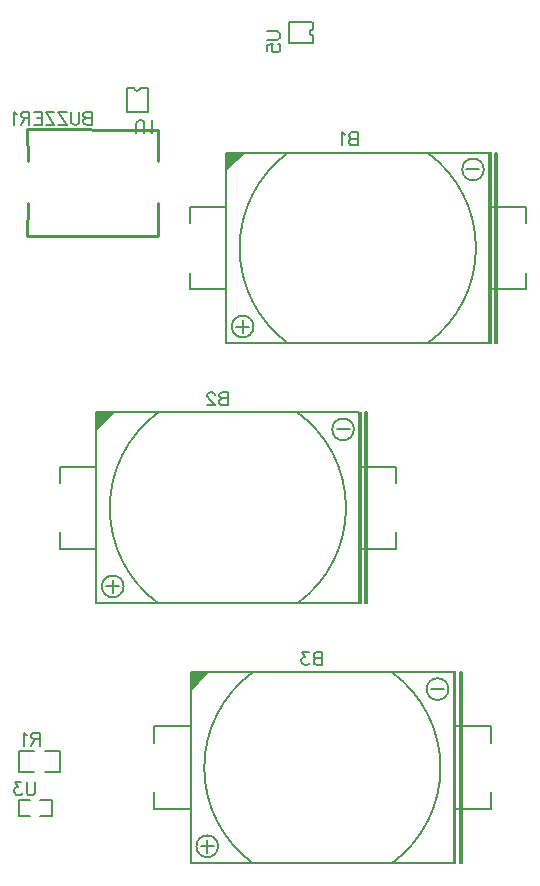
<source format=gbo>
G04 Layer: BottomSilkscreenLayer*
G04 EasyEDA v6.5.42, 2024-05-28 01:04:16*
G04 864da046108442dba22ddf06c26b1ed7,510c7b70758e4c7f89447156c1b3190b,10*
G04 Gerber Generator version 0.2*
G04 Scale: 100 percent, Rotated: No, Reflected: No *
G04 Dimensions in millimeters *
G04 leading zeros omitted , absolute positions ,4 integer and 5 decimal *
%FSLAX45Y45*%
%MOMM*%

%ADD10C,0.1524*%
%ADD11C,0.1520*%
%ADD12C,0.2540*%
%ADD13C,0.2000*%
%ADD14C,0.1520*%
%ADD15C,0.0136*%

%LPD*%
D10*
X3099993Y8678900D02*
G01*
X3099993Y8569934D01*
X3099993Y8678900D02*
G01*
X3053257Y8678900D01*
X3037763Y8673820D01*
X3032429Y8668486D01*
X3027349Y8658072D01*
X3027349Y8647658D01*
X3032429Y8637244D01*
X3037763Y8632164D01*
X3053257Y8627084D01*
X3099993Y8627084D02*
G01*
X3053257Y8627084D01*
X3037763Y8621750D01*
X3032429Y8616670D01*
X3027349Y8606256D01*
X3027349Y8590508D01*
X3032429Y8580094D01*
X3037763Y8575014D01*
X3053257Y8569934D01*
X3099993Y8569934D01*
X2993059Y8658072D02*
G01*
X2982645Y8663406D01*
X2966897Y8678900D01*
X2966897Y8569934D01*
X1999995Y6478904D02*
G01*
X1999995Y6369938D01*
X1999995Y6478904D02*
G01*
X1953259Y6478904D01*
X1937765Y6473825D01*
X1932431Y6468490D01*
X1927352Y6458077D01*
X1927352Y6447662D01*
X1932431Y6437248D01*
X1937765Y6432169D01*
X1953259Y6427088D01*
X1999995Y6427088D02*
G01*
X1953259Y6427088D01*
X1937765Y6421754D01*
X1932431Y6416675D01*
X1927352Y6406261D01*
X1927352Y6390512D01*
X1932431Y6380098D01*
X1937765Y6375019D01*
X1953259Y6369938D01*
X1999995Y6369938D01*
X1887728Y6452996D02*
G01*
X1887728Y6458077D01*
X1882647Y6468490D01*
X1877313Y6473825D01*
X1866900Y6478904D01*
X1846326Y6478904D01*
X1835912Y6473825D01*
X1830578Y6468490D01*
X1825497Y6458077D01*
X1825497Y6447662D01*
X1830578Y6437248D01*
X1840992Y6421754D01*
X1893062Y6369938D01*
X1820163Y6369938D01*
X2799994Y4278909D02*
G01*
X2799994Y4169943D01*
X2799994Y4278909D02*
G01*
X2753258Y4278909D01*
X2737764Y4273829D01*
X2732430Y4268495D01*
X2727350Y4258081D01*
X2727350Y4247667D01*
X2732430Y4237253D01*
X2737764Y4232173D01*
X2753258Y4227093D01*
X2799994Y4227093D02*
G01*
X2753258Y4227093D01*
X2737764Y4221759D01*
X2732430Y4216679D01*
X2727350Y4206265D01*
X2727350Y4190517D01*
X2732430Y4180103D01*
X2737764Y4175023D01*
X2753258Y4169943D01*
X2799994Y4169943D01*
X2682646Y4278909D02*
G01*
X2625496Y4278909D01*
X2656484Y4237253D01*
X2640990Y4237253D01*
X2630576Y4232173D01*
X2625496Y4227093D01*
X2620162Y4211345D01*
X2620162Y4200931D01*
X2625496Y4185437D01*
X2635910Y4175023D01*
X2651404Y4169943D01*
X2666898Y4169943D01*
X2682646Y4175023D01*
X2687726Y4180103D01*
X2693060Y4190517D01*
X849998Y8852915D02*
G01*
X849998Y8743950D01*
X849998Y8852915D02*
G01*
X803262Y8852915D01*
X787768Y8847836D01*
X782434Y8842502D01*
X777354Y8832087D01*
X777354Y8821674D01*
X782434Y8811260D01*
X787768Y8806179D01*
X803262Y8801100D01*
X849998Y8801100D02*
G01*
X803262Y8801100D01*
X787768Y8795765D01*
X782434Y8790686D01*
X777354Y8780271D01*
X777354Y8764524D01*
X782434Y8754110D01*
X787768Y8749029D01*
X803262Y8743950D01*
X849998Y8743950D01*
X743064Y8852915D02*
G01*
X743064Y8774937D01*
X737730Y8759444D01*
X727316Y8749029D01*
X711822Y8743950D01*
X701408Y8743950D01*
X685914Y8749029D01*
X675500Y8759444D01*
X670166Y8774937D01*
X670166Y8852915D01*
X563232Y8852915D02*
G01*
X635876Y8743950D01*
X635876Y8852915D02*
G01*
X563232Y8852915D01*
X635876Y8743950D02*
G01*
X563232Y8743950D01*
X456298Y8852915D02*
G01*
X528942Y8743950D01*
X528942Y8852915D02*
G01*
X456298Y8852915D01*
X528942Y8743950D02*
G01*
X456298Y8743950D01*
X422008Y8852915D02*
G01*
X422008Y8743950D01*
X422008Y8852915D02*
G01*
X354444Y8852915D01*
X422008Y8801100D02*
G01*
X380352Y8801100D01*
X422008Y8743950D02*
G01*
X354444Y8743950D01*
X320154Y8852915D02*
G01*
X320154Y8743950D01*
X320154Y8852915D02*
G01*
X273418Y8852915D01*
X257670Y8847836D01*
X252590Y8842502D01*
X247256Y8832087D01*
X247256Y8821674D01*
X252590Y8811260D01*
X257670Y8806179D01*
X273418Y8801100D01*
X320154Y8801100D01*
X283578Y8801100D02*
G01*
X247256Y8743950D01*
X212966Y8832087D02*
G01*
X202552Y8837421D01*
X187058Y8852915D01*
X187058Y8743950D01*
X406400Y3595115D02*
G01*
X406400Y3486150D01*
X406400Y3595115D02*
G01*
X359663Y3595115D01*
X344170Y3590036D01*
X338836Y3584702D01*
X333755Y3574287D01*
X333755Y3563873D01*
X338836Y3553460D01*
X344170Y3548379D01*
X359663Y3543300D01*
X406400Y3543300D01*
X370078Y3543300D02*
G01*
X333755Y3486150D01*
X299465Y3574287D02*
G01*
X289052Y3579621D01*
X273304Y3595115D01*
X273304Y3486150D01*
X1221193Y8671298D02*
G01*
X1221193Y8749276D01*
X1226273Y8764770D01*
X1236687Y8775184D01*
X1252435Y8780264D01*
X1262849Y8780264D01*
X1278343Y8775184D01*
X1288757Y8764770D01*
X1293837Y8749276D01*
X1293837Y8671298D01*
X1328127Y8692126D02*
G01*
X1338541Y8686792D01*
X1354289Y8671298D01*
X1354289Y8780264D01*
X2333998Y9535706D02*
G01*
X2411976Y9535706D01*
X2427470Y9530626D01*
X2437884Y9520212D01*
X2442964Y9504464D01*
X2442964Y9494050D01*
X2437884Y9478556D01*
X2427470Y9468142D01*
X2411976Y9463062D01*
X2333998Y9463062D01*
X2333998Y9366288D02*
G01*
X2333998Y9418358D01*
X2380734Y9423438D01*
X2375654Y9418358D01*
X2370320Y9402610D01*
X2370320Y9387116D01*
X2375654Y9371622D01*
X2385814Y9361208D01*
X2401562Y9355874D01*
X2411976Y9355874D01*
X2427470Y9361208D01*
X2437884Y9371622D01*
X2442964Y9387116D01*
X2442964Y9402610D01*
X2437884Y9418358D01*
X2432804Y9423438D01*
X2422390Y9428772D01*
X368797Y3176015D02*
G01*
X368797Y3098037D01*
X363717Y3082544D01*
X353303Y3072129D01*
X337555Y3067050D01*
X327141Y3067050D01*
X311647Y3072129D01*
X301233Y3082544D01*
X296153Y3098037D01*
X296153Y3176015D01*
X251449Y3176015D02*
G01*
X194299Y3176015D01*
X225287Y3134360D01*
X209793Y3134360D01*
X199379Y3129279D01*
X194299Y3124200D01*
X188965Y3108452D01*
X188965Y3098037D01*
X194299Y3082544D01*
X204713Y3072129D01*
X220207Y3067050D01*
X235701Y3067050D01*
X251449Y3072129D01*
X256529Y3077210D01*
X261863Y3087623D01*
G36*
X4204970Y8515248D02*
G01*
X4204970Y7504988D01*
X4234992Y7500010D01*
X4235450Y7893202D01*
X4235450Y8515248D01*
G37*
G36*
X4204970Y7506766D02*
G01*
X4204970Y6884720D01*
X4235450Y6884720D01*
X4235450Y7506766D01*
G37*
G36*
X1987397Y8507628D02*
G01*
X1987397Y8360359D01*
X2134768Y8507628D01*
G37*
G36*
X3104997Y6315252D02*
G01*
X3104997Y5304993D01*
X3134969Y5300014D01*
X3135477Y5693206D01*
X3135477Y6315252D01*
G37*
G36*
X3104997Y5306771D02*
G01*
X3104997Y4684725D01*
X3135477Y4684725D01*
X3135477Y5306771D01*
G37*
G36*
X887374Y6307632D02*
G01*
X887374Y6160363D01*
X1034796Y6307632D01*
G37*
G36*
X3904996Y4115257D02*
G01*
X3904996Y3104997D01*
X3934968Y3100019D01*
X3935476Y3493211D01*
X3935476Y4115257D01*
G37*
G36*
X3904996Y3106775D02*
G01*
X3904996Y2484729D01*
X3935476Y2484729D01*
X3935476Y3106775D01*
G37*
G36*
X1687372Y4107637D02*
G01*
X1687372Y3960368D01*
X1834794Y4107637D01*
G37*
X1987374Y6892363D02*
G01*
X1987374Y7501663D01*
D11*
X4019989Y8364981D02*
G01*
X4129994Y8364981D01*
X2179998Y7034987D02*
G01*
X2069998Y7034987D01*
X2124997Y6979986D02*
G01*
X2124997Y7089985D01*
X1987374Y7898305D02*
G01*
X1987374Y7494290D01*
D10*
X4279991Y8504981D02*
G01*
X4279991Y6894741D01*
D11*
X4279991Y8507359D02*
G01*
X4264990Y8507359D01*
X4264990Y6892361D01*
X4279991Y6892361D01*
X4525002Y7349985D02*
G01*
X4212620Y7349985D01*
X4525002Y7349985D02*
G01*
X4525004Y7491971D01*
X4525002Y8049983D02*
G01*
X4525004Y7907997D01*
X4525002Y8049983D02*
G01*
X4212620Y8049983D01*
X1674995Y7349985D02*
G01*
X1987374Y7349985D01*
X1674995Y7349985D02*
G01*
X1674995Y7491971D01*
X1674995Y8049983D02*
G01*
X1674995Y7907997D01*
X1674995Y8049983D02*
G01*
X1987374Y8049983D01*
X2135972Y8507605D02*
G01*
X2133546Y8507605D01*
X1987374Y8361433D01*
D10*
X4212612Y8507605D02*
G01*
X1987374Y8507605D01*
X1987374Y8507605D02*
G01*
X1987374Y7898305D01*
X4212612Y6892363D02*
G01*
X1987374Y6892363D01*
X887376Y4692368D02*
G01*
X887376Y5301668D01*
D11*
X2919991Y6164986D02*
G01*
X3029996Y6164986D01*
X1080000Y4834991D02*
G01*
X970000Y4834991D01*
X1024999Y4779990D02*
G01*
X1024999Y4889990D01*
X887376Y5698309D02*
G01*
X887376Y5294294D01*
D10*
X3179993Y6304986D02*
G01*
X3179993Y4694745D01*
D11*
X3179993Y6307363D02*
G01*
X3164992Y6307363D01*
X3164992Y4692365D01*
X3179993Y4692365D01*
X3425004Y5149989D02*
G01*
X3112622Y5149989D01*
X3425004Y5149989D02*
G01*
X3425007Y5291975D01*
X3425004Y5849988D02*
G01*
X3425007Y5708002D01*
X3425004Y5849988D02*
G01*
X3112622Y5849988D01*
X574997Y5149989D02*
G01*
X887376Y5149989D01*
X574997Y5149989D02*
G01*
X574997Y5291975D01*
X574997Y5849988D02*
G01*
X574997Y5708002D01*
X574997Y5849988D02*
G01*
X887376Y5849988D01*
X1035974Y6307609D02*
G01*
X1033548Y6307609D01*
X887376Y6161438D01*
D10*
X3112615Y6307609D02*
G01*
X887376Y6307609D01*
X887376Y6307609D02*
G01*
X887376Y5698309D01*
X3112615Y4692368D02*
G01*
X887376Y4692368D01*
X1687375Y2492372D02*
G01*
X1687375Y3101672D01*
D11*
X3719990Y3964990D02*
G01*
X3829994Y3964990D01*
X1879998Y2634995D02*
G01*
X1769998Y2634995D01*
X1824997Y2579994D02*
G01*
X1824997Y2689994D01*
X1687375Y3498314D02*
G01*
X1687375Y3094299D01*
D10*
X3979992Y4104990D02*
G01*
X3979992Y2494749D01*
D11*
X3979992Y4107367D02*
G01*
X3964990Y4107367D01*
X3964990Y2492369D01*
X3979992Y2492369D01*
X4225002Y2949994D02*
G01*
X3912621Y2949994D01*
X4225002Y2949994D02*
G01*
X4225005Y3091980D01*
X4225002Y3649992D02*
G01*
X4225005Y3508006D01*
X4225002Y3649992D02*
G01*
X3912621Y3649992D01*
X1374995Y2949994D02*
G01*
X1687375Y2949994D01*
X1374995Y2949994D02*
G01*
X1374995Y3091980D01*
X1374995Y3649992D02*
G01*
X1374995Y3508006D01*
X1374995Y3649992D02*
G01*
X1687375Y3649992D01*
X1835972Y4107614D02*
G01*
X1833547Y4107614D01*
X1687375Y3961442D01*
D10*
X3912613Y4107614D02*
G01*
X1687375Y4107614D01*
X1687375Y4107614D02*
G01*
X1687375Y3498314D01*
X3912613Y2492372D02*
G01*
X1687375Y2492372D01*
D12*
X1408798Y8077200D02*
G01*
X1408798Y7797800D01*
X1408798Y7797800D02*
G01*
X308800Y7797800D01*
X1408798Y8699500D02*
G01*
X299999Y8704999D01*
X1408798Y8699500D02*
G01*
X1408798Y8438415D01*
X299999Y8704999D02*
G01*
X303898Y8432800D01*
X303898Y8077200D02*
G01*
X299999Y7805000D01*
D10*
X358780Y3261090D02*
G01*
X230286Y3261090D01*
X230286Y3444509D01*
X358780Y3444509D01*
X454019Y3261090D02*
G01*
X582513Y3261090D01*
X582513Y3444509D01*
X454019Y3444509D01*
D13*
X1257302Y9055102D02*
G01*
X1321899Y9055102D01*
X1206502Y9055102D02*
G01*
X1141897Y9055102D01*
X1321899Y9053497D02*
G01*
X1321899Y8853502D01*
X1141897Y8853502D01*
X1141897Y9053497D01*
X2717802Y9499597D02*
G01*
X2717802Y9435000D01*
X2717802Y9550397D02*
G01*
X2717802Y9615002D01*
X2716197Y9435000D02*
G01*
X2516202Y9435000D01*
X2516202Y9615002D01*
X2716197Y9615002D01*
D10*
X326176Y2893039D02*
G01*
X230289Y2893039D01*
X230289Y3025160D01*
X326176Y3025160D01*
X411419Y2893039D02*
G01*
X507306Y2893039D01*
X507306Y3025160D01*
X411419Y3025160D01*
D11*
G75*
G01*
X3689637Y8507646D02*
G02*
X3690503Y6892955I-589642J-807662D01*
G75*
G01*
X2510356Y6892323D02*
G02*
X2509487Y8507014I589641J807663D01*
G75*
G01*
X2589639Y6307651D02*
G02*
X2590505Y4692960I-589642J-807662D01*
G75*
G01*
X1410358Y4692327D02*
G02*
X1409489Y6307018I589641J807663D01*
G75*
G01*
X3389638Y4107655D02*
G02*
X3390504Y2492964I-589643J-807662D01*
G75*
G01*
X2210356Y2492332D02*
G02*
X2209488Y4107023I589642J807663D01*
D13*
G75*
G01*
X1257300Y9055100D02*
G02*
X1206500Y9055100I-25400J0D01*
G75*
G01*
X2717800Y9499600D02*
G02*
X2717800Y9550400I0J25400D01*
D14*
G75*
G01
X2216785Y7034987D02*
G03X2216785Y7034987I-91796J0D01*
G75*
G01
X4166794Y8364982D02*
G03X4166794Y8364982I-91796J0D01*
G75*
G01
X1116787Y4834992D02*
G03X1116787Y4834992I-91796J0D01*
G75*
G01
X3066796Y6164986D02*
G03X3066796Y6164986I-91796J0D01*
G75*
G01
X1916786Y2634996D02*
G03X1916786Y2634996I-91796J0D01*
G75*
G01
X3866794Y3964991D02*
G03X3866794Y3964991I-91796J0D01*
M02*

</source>
